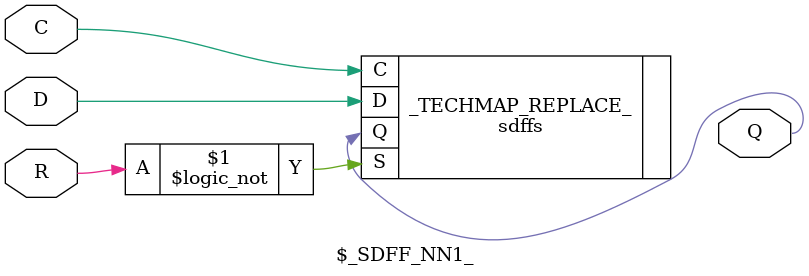
<source format=v>


module \$_DFF_P_ (D, C, Q);
    input D;
    input C;
    output Q;
    dff _TECHMAP_REPLACE_ (.Q(Q), .D(D), .C(C));
endmodule

// Async reset
module \$_DFF_PP0_ (D, C, R, Q);
    input D;
    input C;
    input R;
    output Q;
    dffsre _TECHMAP_REPLACE_ (.Q(Q), .D(D), .C(C), .E(1'b1), .R(!R), .S(1'b1));
endmodule

// Async reset
module \$_DFF_PN0_ (D, C, R, Q);
    input D;
    input C;
    input R;
    output Q;
    dffsre _TECHMAP_REPLACE_ (.Q(Q), .D(D), .C(C), .E(1'b1), .R(R), .S(1'b1));
endmodule

// Async set
module \$_DFF_PP1_ (D, C, R, Q);
    input D;
    input C;
    input R;
    output Q;
    dffsre _TECHMAP_REPLACE_ (.Q(Q), .D(D), .C(C), .E(1'b1), .R(1'b1), .S(!R));
endmodule

// Async set
module \$_DFF_PN1_ (D, C, R, Q);
    input D;
    input C;
    input R;
    output Q;
    dffsre _TECHMAP_REPLACE_ (.Q(Q), .D(D), .C(C), .E(1'b1), .R(1'b1), .S(R));
endmodule

module  \$_DFFE_PP_ (D, C, E, Q);
    input D;
    input C;
    input E;
    output Q;
    dffsre _TECHMAP_REPLACE_ (.Q(Q), .D(D), .C(C), .E(E), .R(1'b1), .S(1'b1));
endmodule

module  \$_DFFE_PN_ (D, C, E, Q);
    input D;
    input C;
    input E;
    output Q;
    dffsre _TECHMAP_REPLACE_ (.Q(Q), .D(D), .C(C), .E(!E), .R(1'b1), .S(1'b1));
endmodule

// Async reset, enable
module  \$_DFFE_PP0P_ (D, C, E, R, Q);
    input D;
    input C;
    input E;
    input R;
    output Q;
    dffsre _TECHMAP_REPLACE_ (.Q(Q), .D(D), .C(C), .E(E), .R(!R), .S(1'b1));
endmodule

module  \$_DFFE_PP0N_ (D, C, E, R, Q);
    input D;
    input C;
    input E;
    input R;
    output Q;
    dffsre _TECHMAP_REPLACE_ (.Q(Q), .D(D), .C(C), .E(!E), .R(!R), .S(1'b1));
endmodule

module  \$_DFFE_PN0P_ (D, C, E, R, Q);
    input D;
    input C;
    input E;
    input R;
    output Q;
    dffsre _TECHMAP_REPLACE_ (.Q(Q), .D(D), .C(C), .E(E), .R(R), .S(1'b1));
endmodule

module  \$_DFFE_PN0N_ (D, C, E, R, Q);
    input D;
    input C;
    input E;
    input R;
    output Q;
    dffsre _TECHMAP_REPLACE_ (.Q(Q), .D(D), .C(C), .E(!E), .R(R), .S(1'b1));
endmodule
// Async set, enable

module  \$_DFFE_PP1P_ (D, C, E, R, Q);
    input D;
    input C;
    input E;
    input R;
    output Q;
    dffsre _TECHMAP_REPLACE_ (.Q(Q), .D(D), .C(C), .E(E), .R(1'b1), .S(!R));
endmodule

module  \$_DFFE_PP1N_ (D, C, E, R, Q);
    input D;
    input C;
    input E;
    input R;
    output Q;
    dffsre _TECHMAP_REPLACE_ (.Q(Q), .D(D), .C(C), .E(!E), .R(1'b1), .S(!R));
endmodule

module  \$_DFFE_PN1P_ (D, C, E, R, Q);
    input D;
    input C;
    input E;
    input R;
    output Q;
    dffsre _TECHMAP_REPLACE_ (.Q(Q), .D(D), .C(C), .E(E), .R(1'b1), .S(R));
endmodule

module  \$_DFFE_PN1N_ (D, C, E, R, Q);
    input D;
    input C;
    input E;
    input R;
    output Q;
    dffsre _TECHMAP_REPLACE_ (.Q(Q), .D(D), .C(C), .E(!E), .R(1'b1), .S(R));
endmodule

// Async set & reset

module \$_DFFSR_PPP_ (D, C, R, S, Q);
    input D;
    input C;
    input R;
    input S;
    output Q;
    dffsre _TECHMAP_REPLACE_ (.Q(Q), .D(D), .C(C), .E(1'b1), .R(!R), .S(!S));
endmodule

module \$_DFFSR_PNP_ (D, Q, C, R, S);
    input D;
    input C;
    input R;
    input S;
    output Q;
    dffsre _TECHMAP_REPLACE_ (.Q(Q), .D(D), .C(C), .E(1'b1), .R(!R), .S(S));
endmodule

module \$_DFFSR_PNN_ (D, Q, C, R, S);
    input D;
    input C;
    input R;
    input S;
    output Q;
    dffsre _TECHMAP_REPLACE_ (.Q(Q), .D(D), .C(C), .E(1'b1), .R(R), .S(S));
endmodule

module \$_DFFSR_PPN_ (D, Q, C, R, S);
    input D;
    input C;
    input R;
    input S;
    output Q;
    dffsre _TECHMAP_REPLACE_ (.Q(Q), .D(D), .C(C), .E(1'b1), .R(R), .S(!S));
endmodule

module \$_DFFSR_NPP_ (D, Q, C, R, S);
    input D;
    input C;
    input R;
    input S;
    output Q;
    dffnsre _TECHMAP_REPLACE_ (.Q(Q), .D(D), .C(C), .E(1'b1), .R(!R), .S(!S));
endmodule

module \$_DFFSR_NNP_ (D, Q, C, R, S);
    input D;
    input C;
    input R;
    input S;
    output Q;
    dffnsre _TECHMAP_REPLACE_ (.Q(Q), .D(D), .C(C), .E(1'b1), .R(!R), .S(S));
endmodule

module \$_DFFSR_NNN_ (D, Q, C, R, S);
    input D;
    input C;
    input R;
    input S;
    output Q;
    dffnsre _TECHMAP_REPLACE_ (.Q(Q), .D(D), .C(C), .E(1'b1), .R(R), .S(S));
endmodule

module \$_DFFSR_NPN_ (D, Q, C, R, S);
    input D;
    input C;
    input R;
    input S;
    output Q;
    dffnsre _TECHMAP_REPLACE_ (.Q(Q), .D(D), .C(C), .E(1'b1), .R(R), .S(!S));
endmodule

// Async set, reset & enable

module \$_DFFSRE_PPPP_ (D, Q, C, E, R, S);
    input D;
    input C;
    input E;
    input R;
    input S;
    output Q;
    dffsre _TECHMAP_REPLACE_ (.Q(Q), .D(D), .C(C), .E(E), .R(!R), .S(!S));
endmodule

module \$_DFFSRE_PNPP_ (D, Q, C, E, R, S);
    input D;
    input C;
    input E;
    input R;
    input S;
    output Q;
    dffsre _TECHMAP_REPLACE_ (.Q(Q), .D(D), .C(C), .E(E), .R(!R), .S(S));
endmodule

module \$_DFFSRE_PPNP_ (D, Q, C, E, R, S);
    input D;
    input C;
    input E;
    input R;
    input S;
    output Q;
    dffsre _TECHMAP_REPLACE_ (.Q(Q), .D(D), .C(C), .E(E), .R(R), .S(!S));
endmodule

module \$_DFFSRE_PNNP_ (D, Q, C, E, R, S);
    input D;
    input C;
    input E;
    input R;
    input S;
    output Q;
    dffsre _TECHMAP_REPLACE_ (.Q(Q), .D(D), .C(C), .E(E), .R(R), .S(S));
endmodule

module \$_DFFSRE_PPPN_ (D, Q, C, E, R, S);
    input D;
    input C;
    input E;
    input R;
    input S;
    output Q;
    dffsre _TECHMAP_REPLACE_ (.Q(Q), .D(D), .C(C), .E(!E), .R(!R), .S(!S));
endmodule

module \$_DFFSRE_PNPN_ (D, Q, C, E, R, S);
    input D;
    input C;
    input E;
    input R;
    input S;
    output Q;
    dffsre _TECHMAP_REPLACE_ (.Q(Q), .D(D), .C(C), .E(!E), .R(!R), .S(S));
endmodule

module \$_DFFSRE_PPNN_ (D, Q, C, E, R, S);
    input D;
    input C;
    input E;
    input R;
    input S;
    output Q;
    dffsre _TECHMAP_REPLACE_ (.Q(Q), .D(D), .C(C), .E(!E), .R(R), .S(!S));
endmodule

module \$_DFFSRE_PNNN_ (D, Q, C, E, R, S);
    input D;
    input C;
    input E;
    input R;
    input S;
    output Q;
    dffsre _TECHMAP_REPLACE_ (.Q(Q), .D(D), .C(C), .E(!E), .R(R), .S(S));
endmodule

// Latch with async set and reset
module  \$_DLATCHSR_PPP_ (input E, S, R, D, output Q);
    latchsre _TECHMAP_REPLACE_ (.D(D), .Q(Q), .E(1'b1), .G(E),  .R(!R), .S(!S));
endmodule

module  \$_DLATCHSR_NPP_ (input E, S, R, D, output Q);
    latchnsre _TECHMAP_REPLACE_ (.D(D), .Q(Q), .E(1'b1), .G(E),  .R(!R), .S(!S));
endmodule

module \$_DFF_N_ (D, C, Q);
    input D;
    input C;
    output Q;
    parameter _TECHMAP_WIREINIT_Q_ = 1'bx;
    dffn _TECHMAP_REPLACE_ (.Q(Q), .D(D), .C(C));
endmodule

module \$_DFF_NP0_ (D, C, R, Q);
    input D;
    input C;
    input R;
    output Q;
    parameter _TECHMAP_WIREINIT_Q_ = 1'bx;
    dffnsre _TECHMAP_REPLACE_ (.Q(Q), .D(D), .C(C), .E(1'b1), .R(!R), .S(1'b1));
endmodule

module \$_DFF_NN0_ (D, C, R, Q);
    input D;
    input C;
    input R;
    output Q;
    parameter _TECHMAP_WIREINIT_Q_ = 1'bx;
    dffnsre _TECHMAP_REPLACE_ (.Q(Q), .D(D), .C(C), .E(1'b1), .R(R), .S(1'b1));
endmodule

module \$_DFF_NP1_ (D, C, R, Q);
    input D;
    input C;
    input R;
    output Q;
    dffnsre _TECHMAP_REPLACE_ (.Q(Q), .D(D), .C(C), .E(1'b1), .R(1'b1), .S(!R));
endmodule

module \$_DFF_NN1_ (D, C, R, Q);
    input D;
    input C;
    input R;
    output Q;
    dffnsre _TECHMAP_REPLACE_ (.Q(Q), .D(D), .C(C), .E(1'b1), .R(1'b1), .S(R));
endmodule

module  \$_DFFE_NP_ (D, C, E, Q);
    input D;
    input C;
    input E;
    output Q;
    dffnsre _TECHMAP_REPLACE_ (.Q(Q), .D(D), .C(C), .E(E), .R(1'b1), .S(1'b1));
endmodule

module  \$_DFFE_NN_ (D, C, E, Q);
    input D;
    input C;
    input E;
    output Q;
    dffnsre _TECHMAP_REPLACE_ (.Q(Q), .D(D), .C(C), .E(!E), .R(1'b1), .S(1'b1));
endmodule

module  \$_DFFE_NP0P_ (D, C, E, R, Q);
    input D;
    input C;
    input E;
    input R;
    output Q;
    parameter _TECHMAP_WIREINIT_Q_ = 1'bx;
    dffnsre _TECHMAP_REPLACE_ (.Q(Q), .D(D), .C(C), .E(E), .R(!R), .S(1'b1));
endmodule

module  \$_DFFE_NP0N_ (D, C, E, R, Q);
    input D;
    input C;
    input E;
    input R;
    output Q;
    parameter _TECHMAP_WIREINIT_Q_ = 1'bx;
    dffnsre _TECHMAP_REPLACE_ (.Q(Q), .D(D), .C(C), .E(!E), .R(!R), .S(1'b1));
endmodule

module  \$_DFFE_NN0P_ (D, C, E, R, Q);
    input D;
    input C;
    input E;
    input R;
    output Q;
    parameter _TECHMAP_WIREINIT_Q_ = 1'bx;
    dffnsre _TECHMAP_REPLACE_ (.Q(Q), .D(D), .C(C), .E(E), .R(R), .S(1'b1));
endmodule

module  \$_DFFE_NN0N_ (D, C, E, R, Q);
    input D;
    input C;
    input E;
    input R;
    output Q;
    parameter _TECHMAP_WIREINIT_Q_ = 1'bx;
    dffnsre _TECHMAP_REPLACE_ (.Q(Q), .D(D), .C(C), .E(!E), .R(R), .S(1'b1));
endmodule

module  \$_DFFE_NP1P_ (D, C, E, R, Q);
    input D;
    input C;
    input E;
    input R;
    output Q;
    parameter _TECHMAP_WIREINIT_Q_ = 1'bx;
    dffnsre _TECHMAP_REPLACE_ (.Q(Q), .D(D), .C(C), .E(E), .R(1'b1), .S(!R));
endmodule

module  \$_DFFE_NP1N_ (D, C, E, R, Q);
    input D;
    input C;
    input E;
    input R;
    output Q;
    parameter _TECHMAP_WIREINIT_Q_ = 1'bx;
    dffnsre _TECHMAP_REPLACE_ (.Q(Q), .D(D), .C(C), .E(!E), .R(1'b1), .S(!R));
endmodule

module  \$_DFFE_NN1P_ (D, C, E, R, Q);
    input D;
    input C;
    input E;
    input R;
    output Q;
    parameter _TECHMAP_WIREINIT_Q_ = 1'bx;
    dffnsre _TECHMAP_REPLACE_ (.Q(Q), .D(D), .C(C), .E(E), .R(1'b1), .S(R));
endmodule

module  \$_DFFE_NN1N_ (D, C, E, R, Q);
    input D;
    input C;
    input E;
    input R;
    output Q;
    parameter _TECHMAP_WIREINIT_Q_ = 1'bx;
    dffnsre _TECHMAP_REPLACE_ (.Q(Q), .D(D), .C(C), .E(!E), .R(1'b1), .S(R));
endmodule

module \$_DFFSRE_NPPP_ (D, C, E, R, S, Q);
    input D;
    input C;
    input E;
    input R;
    input S;
    output Q;
    dffnsre _TECHMAP_REPLACE_ (.Q(Q), .D(D), .C(C), .E(E), .R(!R), .S(!S));
endmodule

module \$_DFFSRE_NNPP_ (D, C, E, R, S, Q);
    input D;
    input C;
    input E;
    input R;
    input S;
    output Q;
    dffnsre _TECHMAP_REPLACE_ (.Q(Q), .D(D), .C(C), .E(E), .R(!R), .S(S));
endmodule

module \$_DFFSRE_NPNP_ (D, C, E, R, S, Q);
    input D;
    input C;
    input E;
    input R;
    input S;
    output Q;
    dffnsre _TECHMAP_REPLACE_ (.Q(Q), .D(D), .C(C), .E(E), .R(R), .S(!S));
endmodule

module \$_DFFSRE_NNNP_ (D, C, E, R, S, Q);
    input D;
    input C;
    input E;
    input R;
    input S;
    output Q;
    dffnsre _TECHMAP_REPLACE_ (.Q(Q), .D(D), .C(C), .E(E), .R(R), .S(S));
endmodule


module \$_DFFSRE_NPPN_ (D, C, E, R, S, Q);
    input D;
    input C;
    input E;
    input R;
    input S;
    output Q;
    dffnsre _TECHMAP_REPLACE_ (.Q(Q), .D(D), .C(C), .E(!E), .R(!R), .S(!S));
endmodule

module \$_DFFSRE_NNPN_ (D, C, E, R, S, Q);
    input D;
    input C;
    input E;
    input R;
    input S;
    output Q;
    dffnsre _TECHMAP_REPLACE_ (.Q(Q), .D(D), .C(C), .E(!E), .R(!R), .S(S));
endmodule

module \$_DFFSRE_NPNN_ (D, C, E, R, S, Q);
    input D;
    input C;
    input E;
    input R;
    input S;
    output Q;
    dffnsre _TECHMAP_REPLACE_ (.Q(Q), .D(D), .C(C), .E(!E), .R(R), .S(!S));
endmodule

module \$_DFFSRE_NNNN_ (D, C, E, R, S, Q);
    input D;
    input C;
    input E;
    input R;
    input S;
    output Q;
    dffnsre _TECHMAP_REPLACE_ (.Q(Q), .D(D), .C(C), .E(!E), .R(R), .S(S));
endmodule

module \$__SHREG_DFF_P_ (D, Q, C);
    input D;
    input C;
    output Q;

    parameter DEPTH = 2;
    reg [DEPTH-2:0] q;
    genvar i;
    generate for (i = 0; i < DEPTH; i = i + 1) begin: slice


        // First in chain
        generate if (i == 0) begin
                 sh_dff #() shreg_beg (
                    .Q(q[i]),
                    .D(D),
                    .C(C)
                );
        end endgenerate
        // Middle in chain
        generate if (i > 0 && i != DEPTH-1) begin
                 sh_dff #() shreg_mid (
                    .Q(q[i]),
                    .D(q[i-1]),
                    .C(C)
                );
        end endgenerate
        // Last in chain
        generate if (i == DEPTH-1) begin
                 sh_dff #() shreg_end (
                    .Q(Q),
                    .D(q[i-1]),
                    .C(C)
                );
        end endgenerate
   end: slice
   endgenerate

endmodule

// Sync reset
module \$_SDFF_PP0_ (D, C, R, Q);
    input D;
    input C;
    input R;
    output Q;
    parameter _TECHMAP_WIREINIT_Q_ = 1'bx;
    sdffr _TECHMAP_REPLACE_ (.Q(Q), .D(D), .C(C), .R(R));
endmodule

module \$_SDFF_PN0_ (D, C, R, Q);
    input D;
    input C;
    input R;
    output Q;
    parameter _TECHMAP_WIREINIT_Q_ = 1'bx;
    sdffr _TECHMAP_REPLACE_ (.Q(Q), .D(D), .C(C), .R(!R));
endmodule

module \$_SDFF_NP0_ (D, C, R, Q);
    input D;
    input C;
    input R;
    output Q;
    parameter _TECHMAP_WIREINIT_Q_ = 1'bx;
    sdffr #(.IS_C_INVERTED(1'b1)) _TECHMAP_REPLACE_ (.Q(Q), .D(D), .C(C), .R(R));
endmodule

module \$_SDFF_NN0_ (D, C, R, Q);
    input D;
    input C;
    input R;
    output Q;
    parameter _TECHMAP_WIREINIT_Q_ = 1'bx;
    sdffr #(.IS_C_INVERTED(1'b1)) _TECHMAP_REPLACE_ (.Q(Q), .D(D), .C(C), .R(!R));
endmodule

// Sync set
module \$_SDFF_PP1_ (D, C, R, Q);
    input D;
    input C;
    input R;
    output Q;
    sdffs _TECHMAP_REPLACE_ (.Q(Q), .D(D), .C(C), .S(R));
endmodule

module \$_SDFF_PN1_ (D, C, R, Q);
    input D;
    input C;
    input R;
    output Q;
    sdffs _TECHMAP_REPLACE_ (.Q(Q), .D(D), .C(C), .S(!R));
endmodule

module \$_SDFF_NP1_ (D, C, R, Q);
    input D;
    input C;
    input R;
    output Q;
    sdffs #(.IS_C_INVERTED(1'b1)) _TECHMAP_REPLACE_ (.Q(Q), .D(D), .C(C), .S(R));
endmodule

module \$_SDFF_NN1_ (D, C, R, Q);
    input D;
    input C;
    input R;
    output Q;
    sdffs #(.IS_C_INVERTED(1'b1)) _TECHMAP_REPLACE_ (.Q(Q), .D(D), .C(C), .S(!R));
endmodule

</source>
